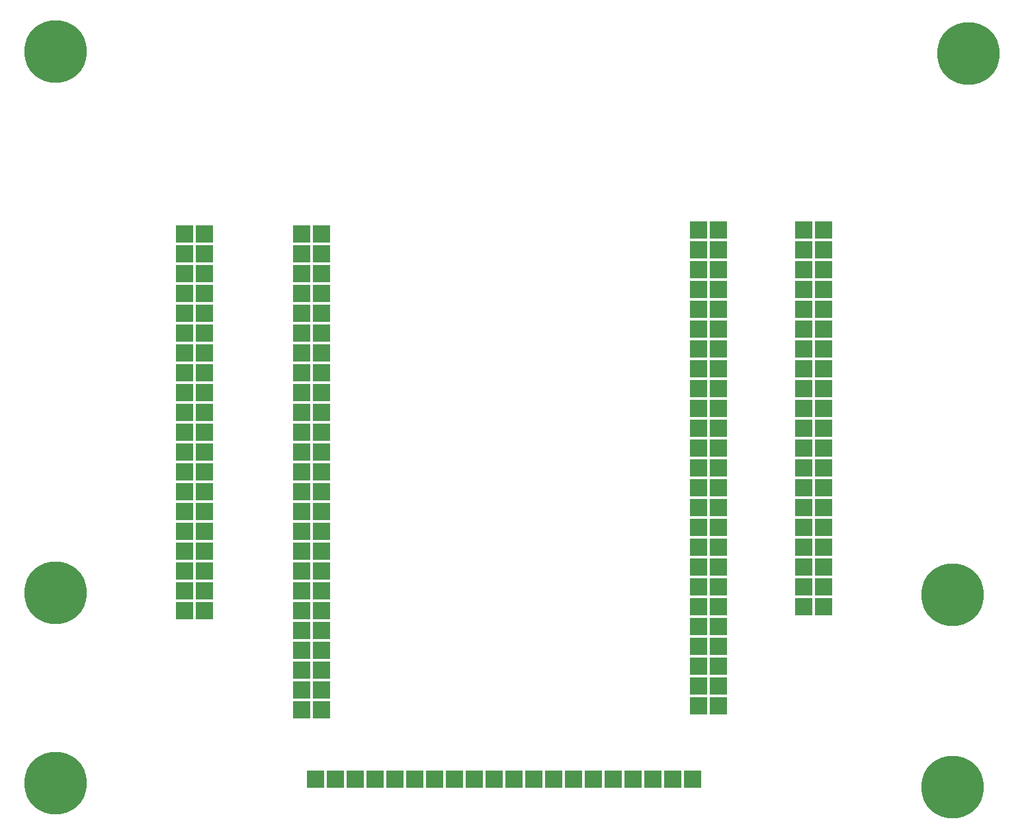
<source format=gbr>
G04 #@! TF.GenerationSoftware,KiCad,Pcbnew,(5.1.2)-2*
G04 #@! TF.CreationDate,2020-05-14T10:23:38+07:00*
G04 #@! TF.ProjectId,stm32_shield_test,73746d33-325f-4736-9869-656c645f7465,rev?*
G04 #@! TF.SameCoordinates,Original*
G04 #@! TF.FileFunction,Copper,L1,Top*
G04 #@! TF.FilePolarity,Positive*
%FSLAX46Y46*%
G04 Gerber Fmt 4.6, Leading zero omitted, Abs format (unit mm)*
G04 Created by KiCad (PCBNEW (5.1.2)-2) date 2020-05-14 10:23:38*
%MOMM*%
%LPD*%
G04 APERTURE LIST*
%ADD10R,2.200000X2.200000*%
%ADD11C,8.000000*%
G04 APERTURE END LIST*
D10*
X151892000Y-128270000D03*
X149352000Y-128270000D03*
X151892000Y-125730000D03*
X149352000Y-125730000D03*
X151892000Y-123190000D03*
X149352000Y-123190000D03*
X151892000Y-120650000D03*
X149352000Y-120650000D03*
X151892000Y-118110000D03*
X149352000Y-118110000D03*
X151892000Y-115570000D03*
X149352000Y-115570000D03*
X151892000Y-113030000D03*
X149352000Y-113030000D03*
X151892000Y-110490000D03*
X149352000Y-110490000D03*
X151892000Y-107950000D03*
X149352000Y-107950000D03*
X151892000Y-105410000D03*
X149352000Y-105410000D03*
X151892000Y-102870000D03*
X149352000Y-102870000D03*
X151892000Y-100330000D03*
X149352000Y-100330000D03*
X151892000Y-97790000D03*
X149352000Y-97790000D03*
X151892000Y-95250000D03*
X149352000Y-95250000D03*
X151892000Y-92710000D03*
X149352000Y-92710000D03*
X151892000Y-90170000D03*
X149352000Y-90170000D03*
X151892000Y-87630000D03*
X149352000Y-87630000D03*
X151892000Y-85090000D03*
X149352000Y-85090000D03*
X151892000Y-82550000D03*
X149352000Y-82550000D03*
X151892000Y-80010000D03*
X149352000Y-80010000D03*
X151892000Y-77470000D03*
X149352000Y-77470000D03*
X151892000Y-74930000D03*
X149352000Y-74930000D03*
X151892000Y-72390000D03*
X149352000Y-72390000D03*
X151892000Y-69850000D03*
X149352000Y-69850000D03*
X151892000Y-67310000D03*
X149352000Y-67310000D03*
X98552000Y-67818000D03*
X101092000Y-67818000D03*
X98552000Y-70358000D03*
X101092000Y-70358000D03*
X98552000Y-72898000D03*
X101092000Y-72898000D03*
X98552000Y-75438000D03*
X101092000Y-75438000D03*
X98552000Y-77978000D03*
X101092000Y-77978000D03*
X98552000Y-80518000D03*
X101092000Y-80518000D03*
X98552000Y-83058000D03*
X101092000Y-83058000D03*
X98552000Y-85598000D03*
X101092000Y-85598000D03*
X98552000Y-88138000D03*
X101092000Y-88138000D03*
X98552000Y-90678000D03*
X101092000Y-90678000D03*
X98552000Y-93218000D03*
X101092000Y-93218000D03*
X98552000Y-95758000D03*
X101092000Y-95758000D03*
X98552000Y-98298000D03*
X101092000Y-98298000D03*
X98552000Y-100838000D03*
X101092000Y-100838000D03*
X98552000Y-103378000D03*
X101092000Y-103378000D03*
X98552000Y-105918000D03*
X101092000Y-105918000D03*
X98552000Y-108458000D03*
X101092000Y-108458000D03*
X98552000Y-110998000D03*
X101092000Y-110998000D03*
X98552000Y-113538000D03*
X101092000Y-113538000D03*
X98552000Y-116078000D03*
X101092000Y-116078000D03*
X98552000Y-118618000D03*
X101092000Y-118618000D03*
X98552000Y-121158000D03*
X101092000Y-121158000D03*
X98552000Y-123698000D03*
X101092000Y-123698000D03*
X98552000Y-126238000D03*
X101092000Y-126238000D03*
X98552000Y-128778000D03*
X101092000Y-128778000D03*
X100330000Y-137668000D03*
X102870000Y-137668000D03*
X105410000Y-137668000D03*
X107950000Y-137668000D03*
X110490000Y-137668000D03*
X113030000Y-137668000D03*
X115570000Y-137668000D03*
X118110000Y-137668000D03*
X120650000Y-137668000D03*
X123190000Y-137668000D03*
X125730000Y-137668000D03*
X128270000Y-137668000D03*
X130810000Y-137668000D03*
X133350000Y-137668000D03*
X135890000Y-137668000D03*
X138430000Y-137668000D03*
X140970000Y-137668000D03*
X143510000Y-137668000D03*
X146050000Y-137668000D03*
X148590000Y-137668000D03*
X86106000Y-67865001D03*
X83566000Y-67865001D03*
X86106000Y-70405001D03*
X83566000Y-70405001D03*
X86106000Y-72945001D03*
X83566000Y-72945001D03*
X86106000Y-75485001D03*
X83566000Y-75485001D03*
X86106000Y-78025001D03*
X83566000Y-78025001D03*
X86106000Y-80565001D03*
X83566000Y-80565001D03*
X86106000Y-83105001D03*
X83566000Y-83105001D03*
X86106000Y-85645001D03*
X83566000Y-85645001D03*
X86106000Y-88185001D03*
X83566000Y-88185001D03*
X86106000Y-90725001D03*
X83566000Y-90725001D03*
X86106000Y-93265001D03*
X83566000Y-93265001D03*
X86106000Y-95805001D03*
X83566000Y-95805001D03*
X86106000Y-98345001D03*
X83566000Y-98345001D03*
X86106000Y-100885001D03*
X83566000Y-100885001D03*
X86106000Y-103425001D03*
X83566000Y-103425001D03*
X86106000Y-105965001D03*
X83566000Y-105965001D03*
X86106000Y-108505001D03*
X83566000Y-108505001D03*
X86106000Y-111045001D03*
X83566000Y-111045001D03*
X86106000Y-113585001D03*
X83566000Y-113585001D03*
X86106000Y-116125001D03*
X83566000Y-116125001D03*
X162814000Y-115570000D03*
X165354000Y-115570000D03*
X162814000Y-113030000D03*
X165354000Y-113030000D03*
X162814000Y-110490000D03*
X165354000Y-110490000D03*
X162814000Y-107950000D03*
X165354000Y-107950000D03*
X162814000Y-105410000D03*
X165354000Y-105410000D03*
X162814000Y-102870000D03*
X165354000Y-102870000D03*
X162814000Y-100330000D03*
X165354000Y-100330000D03*
X162814000Y-97790000D03*
X165354000Y-97790000D03*
X162814000Y-95250000D03*
X165354000Y-95250000D03*
X162814000Y-92710000D03*
X165354000Y-92710000D03*
X162814000Y-90170000D03*
X165354000Y-90170000D03*
X162814000Y-87630000D03*
X165354000Y-87630000D03*
X162814000Y-85090000D03*
X165354000Y-85090000D03*
X162814000Y-82550000D03*
X165354000Y-82550000D03*
X162814000Y-80010000D03*
X165354000Y-80010000D03*
X162814000Y-77470000D03*
X165354000Y-77470000D03*
X162814000Y-74930000D03*
X165354000Y-74930000D03*
X162814000Y-72390000D03*
X165354000Y-72390000D03*
X162814000Y-69850000D03*
X165354000Y-69850000D03*
X162814000Y-67310000D03*
X165354000Y-67310000D03*
D11*
X183896000Y-44704000D03*
X181864000Y-138684000D03*
X67056000Y-138176000D03*
X67056000Y-44450000D03*
X67056000Y-113792000D03*
X181864000Y-114046000D03*
M02*

</source>
